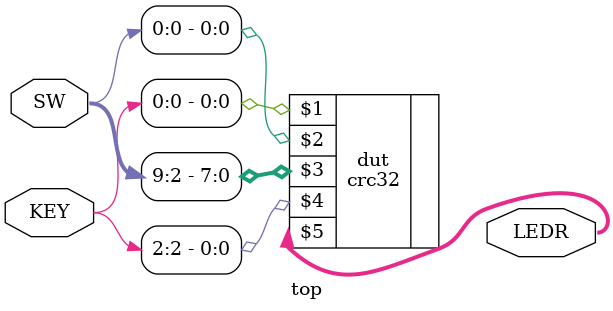
<source format=v>
module top (SW, KEY, LEDR);

    input wire [9:0] SW;        // DE-series switches
    input wire [3:0] KEY;       // DE-series pushbuttons

    output wire [9:0] LEDR;     // DE-series LEDs   

    crc32 dut (KEY[0], SW[0], SW[9:2], KEY[2], LEDR);
 
endmodule


</source>
